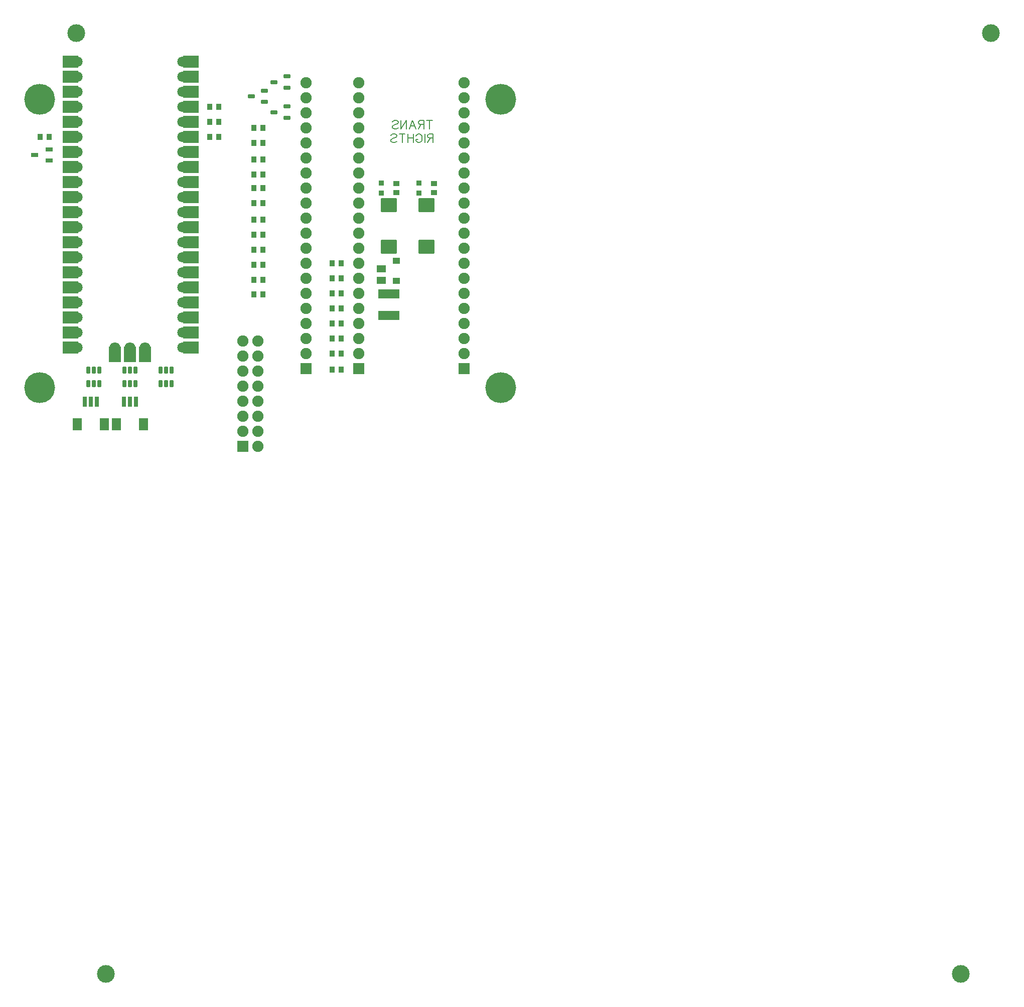
<source format=gbs>
G04 Layer: BottomSolderMaskLayer*
G04 EasyEDA v6.5.29, 2023-07-18 10:02:35*
G04 8a87558a6270435d8ad66e31a1dfd8bf,5a6b42c53f6a479593ecc07194224c93,10*
G04 Gerber Generator version 0.2*
G04 Scale: 100 percent, Rotated: No, Reflected: No *
G04 Dimensions in millimeters *
G04 leading zeros omitted , absolute positions ,4 integer and 5 decimal *
%FSLAX45Y45*%
%MOMM*%

%AMMACRO1*1,1,$1,$2,$3*1,1,$1,$4,$5*1,1,$1,0-$2,0-$3*1,1,$1,0-$4,0-$5*20,1,$1,$2,$3,$4,$5,0*20,1,$1,$4,$5,0-$2,0-$3,0*20,1,$1,0-$2,0-$3,0-$4,0-$5,0*20,1,$1,0-$4,0-$5,$2,$3,0*4,1,4,$2,$3,$4,$5,0-$2,0-$3,0-$4,0-$5,$2,$3,0*%
%ADD10C,0.2032*%
%ADD11MACRO1,0.1016X0.432X0.4032X-0.432X0.4032*%
%ADD12MACRO1,0.1016X0.432X-0.4032X-0.432X-0.4032*%
%ADD13MACRO1,0.1016X0.3X0.775X-0.3X0.775*%
%ADD14MACRO1,0.1016X0.75X1X-0.75X1*%
%ADD15MACRO1,0.1016X-0.4X-0.4X0.4X-0.4*%
%ADD16MACRO1,0.1016X1.7496X0.7033X-1.7496X0.7033*%
%ADD17MACRO1,0.1016X1.7496X-0.7033X-1.7496X-0.7033*%
%ADD18MACRO1,0.1016X-0.266X-0.536X0.266X-0.536*%
%ADD19MACRO1,0.1016X0.4032X-0.432X0.4032X0.432*%
%ADD20MACRO1,0.1016X-0.4032X-0.432X-0.4032X0.432*%
%ADD21MACRO1,0.1016X0.5188X0.266X0.5188X-0.266*%
%ADD22MACRO1,0.1016X1.296X1.1038X-1.296X1.1038*%
%ADD23MACRO1,0.1016X1.296X-1.1038X-1.296X-1.1038*%
%ADD24MACRO1,0.1016X-0.535X-0.3X0.535X-0.3*%
%ADD25MACRO1,0.1016X-0.575X0.475X-0.575X-0.475*%
%ADD26MACRO1,0.1016X0.6885X-0.5663X-0.6885X-0.5663*%
%ADD27MACRO1,0.1016X0.6885X0.5663X-0.6885X0.5663*%
%ADD28MACRO1,0.1016X0.9X-0.9X0.9X0.9*%
%ADD29C,1.9016*%
%ADD30MACRO1,0.1016X-0.9X-0.9X-0.9X0.9*%
%ADD31C,5.2032*%
%ADD32C,1.8016*%
%ADD33C,3.0000*%
%ADD34C,0.0118*%

%LPD*%
D10*
X6962673Y9295363D02*
G01*
X6962673Y9152181D01*
X7010400Y9295363D02*
G01*
X6914944Y9295363D01*
X6869945Y9295363D02*
G01*
X6869945Y9152181D01*
X6869945Y9295363D02*
G01*
X6808581Y9295363D01*
X6788127Y9288546D01*
X6781309Y9281726D01*
X6774489Y9268091D01*
X6774489Y9254454D01*
X6781309Y9240817D01*
X6788127Y9233999D01*
X6808581Y9227182D01*
X6869945Y9227182D01*
X6822219Y9227182D02*
G01*
X6774489Y9152181D01*
X6674944Y9295363D02*
G01*
X6729491Y9152181D01*
X6674944Y9295363D02*
G01*
X6620400Y9152181D01*
X6709036Y9199907D02*
G01*
X6640855Y9199907D01*
X6575399Y9295363D02*
G01*
X6575399Y9152181D01*
X6575399Y9295363D02*
G01*
X6479946Y9152181D01*
X6479946Y9295363D02*
G01*
X6479946Y9152181D01*
X6339492Y9274909D02*
G01*
X6353126Y9288546D01*
X6373581Y9295363D01*
X6400853Y9295363D01*
X6421307Y9288546D01*
X6434945Y9274909D01*
X6434945Y9261271D01*
X6428127Y9247637D01*
X6421307Y9240817D01*
X6407673Y9233999D01*
X6366763Y9220362D01*
X6353126Y9213545D01*
X6346309Y9206727D01*
X6339492Y9193090D01*
X6339492Y9172635D01*
X6353126Y9159001D01*
X6373581Y9152181D01*
X6400853Y9152181D01*
X6421307Y9159001D01*
X6434945Y9172635D01*
X7023100Y9066763D02*
G01*
X7023100Y8923581D01*
X7023100Y9066763D02*
G01*
X6961736Y9066763D01*
X6941281Y9059946D01*
X6934464Y9053126D01*
X6927644Y9039491D01*
X6927644Y9025854D01*
X6934464Y9012217D01*
X6941281Y9005399D01*
X6961736Y8998582D01*
X7023100Y8998582D01*
X6975373Y8998582D02*
G01*
X6927644Y8923581D01*
X6882645Y9066763D02*
G01*
X6882645Y8923581D01*
X6735373Y9032671D02*
G01*
X6742191Y9046309D01*
X6755828Y9059946D01*
X6769463Y9066763D01*
X6796735Y9066763D01*
X6810372Y9059946D01*
X6824009Y9046309D01*
X6830827Y9032671D01*
X6837644Y9012217D01*
X6837644Y8978127D01*
X6830827Y8957673D01*
X6824009Y8944035D01*
X6810372Y8930401D01*
X6796735Y8923581D01*
X6769463Y8923581D01*
X6755828Y8930401D01*
X6742191Y8944035D01*
X6735373Y8957673D01*
X6735373Y8978127D01*
X6769463Y8978127D02*
G01*
X6735373Y8978127D01*
X6690372Y9066763D02*
G01*
X6690372Y8923581D01*
X6594916Y9066763D02*
G01*
X6594916Y8923581D01*
X6690372Y8998582D02*
G01*
X6594916Y8998582D01*
X6502191Y9066763D02*
G01*
X6502191Y8923581D01*
X6549918Y9066763D02*
G01*
X6454462Y9066763D01*
X6314008Y9046309D02*
G01*
X6327645Y9059946D01*
X6348100Y9066763D01*
X6375372Y9066763D01*
X6395826Y9059946D01*
X6409463Y9046309D01*
X6409463Y9032671D01*
X6402646Y9019037D01*
X6395826Y9012217D01*
X6382191Y9005399D01*
X6341282Y8991762D01*
X6327645Y8984945D01*
X6320828Y8978127D01*
X6314008Y8964490D01*
X6314008Y8944035D01*
X6327645Y8930401D01*
X6348100Y8923581D01*
X6375372Y8923581D01*
X6395826Y8930401D01*
X6409463Y8944035D01*
D11*
G01*
X6400800Y8078075D03*
D12*
G01*
X6400800Y8228724D03*
D11*
G01*
X7035800Y8078075D03*
D12*
G01*
X7035800Y8228724D03*
D13*
G01*
X2004999Y4549851D03*
G01*
X1905000Y4549851D03*
G01*
X1805000Y4549851D03*
D14*
G01*
X1674999Y4162351D03*
G01*
X2134998Y4162351D03*
D13*
G01*
X1344599Y4549851D03*
G01*
X1244600Y4549851D03*
G01*
X1144600Y4549851D03*
D14*
G01*
X1014599Y4162351D03*
G01*
X1474598Y4162351D03*
D15*
G01*
X6146800Y8238489D03*
G01*
X6146800Y8068310D03*
G01*
X6781800Y8238489D03*
G01*
X6781800Y8068310D03*
D16*
G01*
X6273800Y5999566D03*
D17*
G01*
X6273800Y6370233D03*
D18*
G01*
X1810003Y5080609D03*
G01*
X1905000Y5080609D03*
G01*
X1999995Y5080609D03*
G01*
X1999995Y4850790D03*
G01*
X1905000Y4850790D03*
G01*
X1810003Y4850790D03*
G01*
X2419604Y5080609D03*
G01*
X2514600Y5080609D03*
G01*
X2609595Y5080609D03*
G01*
X2609595Y4850790D03*
G01*
X2514600Y4850790D03*
G01*
X2419604Y4850790D03*
D19*
G01*
X4001375Y9169400D03*
D20*
G01*
X4152024Y9169400D03*
D19*
G01*
X4001375Y8915400D03*
D20*
G01*
X4152024Y8915400D03*
D19*
G01*
X4001375Y8636000D03*
D20*
G01*
X4152024Y8636000D03*
D19*
G01*
X4001375Y8382000D03*
D20*
G01*
X4152024Y8382000D03*
D19*
G01*
X4001375Y8153400D03*
D20*
G01*
X4152024Y8153400D03*
D19*
G01*
X4001375Y7899400D03*
D20*
G01*
X4152024Y7899400D03*
D19*
G01*
X4001375Y7620000D03*
D20*
G01*
X4152024Y7620000D03*
D19*
G01*
X4001375Y7366000D03*
D20*
G01*
X4152024Y7366000D03*
D19*
G01*
X4001375Y7112000D03*
D20*
G01*
X4152024Y7112000D03*
D19*
G01*
X4001375Y6858000D03*
D20*
G01*
X4152024Y6858000D03*
D19*
G01*
X4001375Y6604000D03*
D20*
G01*
X4152024Y6604000D03*
D19*
G01*
X4001375Y6362700D03*
D20*
G01*
X4152024Y6362700D03*
D21*
G01*
X4555125Y10039099D03*
G01*
X4555125Y9849100D03*
G01*
X4334874Y9944100D03*
G01*
X4174125Y9797799D03*
G01*
X4174125Y9607800D03*
G01*
X3953874Y9702800D03*
G01*
X4555125Y9531099D03*
G01*
X4555125Y9341100D03*
G01*
X4334874Y9436100D03*
D18*
G01*
X1200403Y5080609D03*
G01*
X1295400Y5080609D03*
G01*
X1390396Y5080609D03*
G01*
X1390396Y4850790D03*
G01*
X1295400Y4850790D03*
G01*
X1200403Y4850790D03*
D22*
G01*
X6273800Y7167275D03*
D23*
G01*
X6273800Y7869524D03*
D19*
G01*
X3252075Y9525000D03*
D20*
G01*
X3402724Y9525000D03*
D19*
G01*
X3252075Y9271000D03*
D20*
G01*
X3402724Y9271000D03*
D19*
G01*
X3252075Y9017000D03*
D20*
G01*
X3402724Y9017000D03*
D22*
G01*
X6908800Y7167275D03*
D23*
G01*
X6908800Y7869524D03*
D24*
G01*
X542599Y8807196D03*
G01*
X542599Y8617204D03*
G01*
X295600Y8712200D03*
D19*
G01*
X394575Y9017000D03*
D20*
G01*
X545224Y9017000D03*
D19*
G01*
X5322175Y6121400D03*
D20*
G01*
X5472824Y6121400D03*
D19*
G01*
X5322175Y6375400D03*
D20*
G01*
X5472824Y6375400D03*
D19*
G01*
X5322175Y6629400D03*
D20*
G01*
X5472824Y6629400D03*
D19*
G01*
X5322175Y6883400D03*
D20*
G01*
X5472824Y6883400D03*
D19*
G01*
X5322175Y5092700D03*
D20*
G01*
X5472824Y5092700D03*
D19*
G01*
X5322175Y5359400D03*
D20*
G01*
X5472824Y5359400D03*
D19*
G01*
X5322175Y5613400D03*
D20*
G01*
X5472824Y5613400D03*
D19*
G01*
X5322175Y5867400D03*
D20*
G01*
X5472824Y5867400D03*
D25*
G01*
X6400800Y6925640D03*
G01*
X6400800Y6587159D03*
D26*
G01*
X6146803Y6789526D03*
D27*
G01*
X6146803Y6596273D03*
D28*
G01*
X3809992Y3797289D03*
D29*
G01*
X4064000Y3797300D03*
G01*
X3810000Y4051300D03*
G01*
X4064000Y4051300D03*
G01*
X3810000Y4305300D03*
G01*
X4064000Y4305300D03*
G01*
X3810000Y4559300D03*
G01*
X4064000Y4559300D03*
G01*
X3810000Y4813300D03*
G01*
X4064000Y4813300D03*
G01*
X3810000Y5067300D03*
G01*
X4064000Y5067300D03*
G01*
X3810000Y5321300D03*
G01*
X4064000Y5321300D03*
G01*
X3810000Y5575300D03*
G01*
X4064000Y5575300D03*
G01*
X4876800Y9931400D03*
D30*
G01*
X4876800Y5105400D03*
D29*
G01*
X4876800Y5359400D03*
G01*
X4876800Y5613400D03*
G01*
X4876800Y5867400D03*
G01*
X4876800Y6121400D03*
G01*
X4876800Y6375400D03*
G01*
X4876800Y6629400D03*
G01*
X4876800Y6883400D03*
G01*
X4876800Y7137400D03*
G01*
X4876800Y7391400D03*
G01*
X4876800Y7645400D03*
G01*
X4876800Y7899400D03*
G01*
X4876800Y8153400D03*
G01*
X4876800Y8407400D03*
G01*
X4876800Y8661400D03*
G01*
X4876800Y8915400D03*
G01*
X4876800Y9169400D03*
G01*
X4876800Y9423400D03*
G01*
X4876800Y9677400D03*
G01*
X7543800Y9931400D03*
D30*
G01*
X7543800Y5105400D03*
D29*
G01*
X7543800Y5359400D03*
G01*
X7543800Y5613400D03*
G01*
X7543800Y5867400D03*
G01*
X7543800Y6121400D03*
G01*
X7543800Y6375400D03*
G01*
X7543800Y6629400D03*
G01*
X7543800Y6883400D03*
G01*
X7543800Y7137400D03*
G01*
X7543800Y7391400D03*
G01*
X7543800Y7645400D03*
G01*
X7543800Y7899400D03*
G01*
X7543800Y8153400D03*
G01*
X7543800Y8407400D03*
G01*
X7543800Y8661400D03*
G01*
X7543800Y8915400D03*
G01*
X7543800Y9169400D03*
G01*
X7543800Y9423400D03*
G01*
X7543800Y9677400D03*
G01*
X5765800Y9931400D03*
D30*
G01*
X5765800Y5105400D03*
D29*
G01*
X5765800Y5359400D03*
G01*
X5765800Y5613400D03*
G01*
X5765800Y5867400D03*
G01*
X5765800Y6121400D03*
G01*
X5765800Y6375400D03*
G01*
X5765800Y6629400D03*
G01*
X5765800Y6883400D03*
G01*
X5765800Y7137400D03*
G01*
X5765800Y7391400D03*
G01*
X5765800Y7645400D03*
G01*
X5765800Y7899400D03*
G01*
X5765800Y8153400D03*
G01*
X5765800Y8407400D03*
G01*
X5765800Y8661400D03*
G01*
X5765800Y8915400D03*
G01*
X5765800Y9169400D03*
G01*
X5765800Y9423400D03*
G01*
X5765800Y9677400D03*
D31*
G01*
X386105Y4782007D03*
G01*
X8166100Y4782007D03*
G01*
X386105Y9652000D03*
G01*
X8166100Y9652000D03*
D32*
G01*
X1016000Y10287000D03*
G01*
X2794000Y10287000D03*
G01*
X1016000Y10033000D03*
G01*
X1016000Y9779000D03*
G01*
X1016000Y9525000D03*
G01*
X1016000Y9271000D03*
G01*
X1016000Y9017000D03*
G01*
X1016000Y8763000D03*
G01*
X1016000Y8509000D03*
G01*
X1016000Y8255000D03*
G01*
X1016000Y8001000D03*
G01*
X1016000Y7747000D03*
G01*
X1016000Y7493000D03*
G01*
X1016000Y7239000D03*
G01*
X1016000Y6985000D03*
G01*
X1016000Y6731000D03*
G01*
X1016000Y6477000D03*
G01*
X1016000Y6223000D03*
G01*
X1016000Y5969000D03*
G01*
X1016000Y5715000D03*
G01*
X1016000Y5461000D03*
G01*
X2794000Y10033000D03*
G01*
X2794000Y9779000D03*
G01*
X2794000Y9525000D03*
G01*
X2794000Y9271000D03*
G01*
X2794000Y9017000D03*
G01*
X2794000Y8763000D03*
G01*
X2794000Y8509000D03*
G01*
X2794000Y8255000D03*
G01*
X2794000Y8001000D03*
G01*
X2794000Y7747000D03*
G01*
X2794000Y7493000D03*
G01*
X2794000Y7239000D03*
G01*
X2794000Y6985000D03*
G01*
X2794000Y6731000D03*
G01*
X2794000Y6477000D03*
G01*
X2794000Y6223000D03*
G01*
X2794000Y5969000D03*
G01*
X2794000Y5715000D03*
G01*
X2794000Y5461000D03*
G01*
X1905000Y5461000D03*
G01*
X1651000Y5461000D03*
G01*
X2159000Y5461000D03*
D33*
G01*
X999997Y10773999D03*
G01*
X16432001Y10773999D03*
G01*
X1499996Y-5117398D03*
G01*
X15932002Y-5117398D03*
G36*
X2801620Y10387329D02*
G01*
X3065779Y10387329D01*
X3065779Y10186669D01*
X2801620Y10186669D01*
G37*
G36*
X2801620Y10133329D02*
G01*
X3065779Y10133329D01*
X3065779Y9932669D01*
X2801620Y9932669D01*
G37*
G36*
X2801620Y9879329D02*
G01*
X3065779Y9879329D01*
X3065779Y9678669D01*
X2801620Y9678669D01*
G37*
G36*
X2801620Y9625329D02*
G01*
X3065779Y9625329D01*
X3065779Y9424669D01*
X2801620Y9424669D01*
G37*
G36*
X2801620Y9371329D02*
G01*
X3065779Y9371329D01*
X3065779Y9170669D01*
X2801620Y9170669D01*
G37*
G36*
X2801620Y9117329D02*
G01*
X3065779Y9117329D01*
X3065779Y8916669D01*
X2801620Y8916669D01*
G37*
G36*
X2801620Y8863329D02*
G01*
X3065779Y8863329D01*
X3065779Y8662669D01*
X2801620Y8662669D01*
G37*
G36*
X2801620Y8609329D02*
G01*
X3065779Y8609329D01*
X3065779Y8408669D01*
X2801620Y8408669D01*
G37*
G36*
X2801620Y8355329D02*
G01*
X3065779Y8355329D01*
X3065779Y8154669D01*
X2801620Y8154669D01*
G37*
G36*
X2801620Y8101329D02*
G01*
X3065779Y8101329D01*
X3065779Y7900669D01*
X2801620Y7900669D01*
G37*
G36*
X2801620Y7847329D02*
G01*
X3065779Y7847329D01*
X3065779Y7646669D01*
X2801620Y7646669D01*
G37*
G36*
X2801620Y7593329D02*
G01*
X3065779Y7593329D01*
X3065779Y7392669D01*
X2801620Y7392669D01*
G37*
G36*
X2801620Y7339329D02*
G01*
X3065779Y7339329D01*
X3065779Y7138669D01*
X2801620Y7138669D01*
G37*
G36*
X2801620Y7085329D02*
G01*
X3065779Y7085329D01*
X3065779Y6884669D01*
X2801620Y6884669D01*
G37*
G36*
X2801620Y6831329D02*
G01*
X3065779Y6831329D01*
X3065779Y6630669D01*
X2801620Y6630669D01*
G37*
G36*
X2801620Y6577329D02*
G01*
X3065779Y6577329D01*
X3065779Y6376669D01*
X2801620Y6376669D01*
G37*
G36*
X2801620Y6323329D02*
G01*
X3065779Y6323329D01*
X3065779Y6122669D01*
X2801620Y6122669D01*
G37*
G36*
X2801620Y6069329D02*
G01*
X3065779Y6069329D01*
X3065779Y5868669D01*
X2801620Y5868669D01*
G37*
G36*
X2801620Y5815329D02*
G01*
X3065779Y5815329D01*
X3065779Y5614669D01*
X2801620Y5614669D01*
G37*
G36*
X2801620Y5561329D02*
G01*
X3065779Y5561329D01*
X3065779Y5360669D01*
X2801620Y5360669D01*
G37*
G36*
X769620Y5561329D02*
G01*
X1033780Y5561329D01*
X1033780Y5360669D01*
X769620Y5360669D01*
G37*
G36*
X769620Y5815329D02*
G01*
X1033780Y5815329D01*
X1033780Y5614669D01*
X769620Y5614669D01*
G37*
G36*
X769620Y6069329D02*
G01*
X1033780Y6069329D01*
X1033780Y5868669D01*
X769620Y5868669D01*
G37*
G36*
X769620Y6323329D02*
G01*
X1033780Y6323329D01*
X1033780Y6122669D01*
X769620Y6122669D01*
G37*
G36*
X769620Y6577329D02*
G01*
X1033780Y6577329D01*
X1033780Y6376669D01*
X769620Y6376669D01*
G37*
G36*
X769620Y6831329D02*
G01*
X1033780Y6831329D01*
X1033780Y6630669D01*
X769620Y6630669D01*
G37*
G36*
X769620Y7085329D02*
G01*
X1033780Y7085329D01*
X1033780Y6884669D01*
X769620Y6884669D01*
G37*
G36*
X769620Y7339329D02*
G01*
X1033780Y7339329D01*
X1033780Y7138669D01*
X769620Y7138669D01*
G37*
G36*
X769620Y7593329D02*
G01*
X1033780Y7593329D01*
X1033780Y7392669D01*
X769620Y7392669D01*
G37*
G36*
X769620Y7847329D02*
G01*
X1033780Y7847329D01*
X1033780Y7646669D01*
X769620Y7646669D01*
G37*
G36*
X769620Y8101329D02*
G01*
X1033780Y8101329D01*
X1033780Y7900669D01*
X769620Y7900669D01*
G37*
G36*
X769620Y8355329D02*
G01*
X1033780Y8355329D01*
X1033780Y8154669D01*
X769620Y8154669D01*
G37*
G36*
X769620Y8609329D02*
G01*
X1033780Y8609329D01*
X1033780Y8408669D01*
X769620Y8408669D01*
G37*
G36*
X769620Y8863329D02*
G01*
X1033780Y8863329D01*
X1033780Y8662669D01*
X769620Y8662669D01*
G37*
G36*
X769620Y9117329D02*
G01*
X1033780Y9117329D01*
X1033780Y8916669D01*
X769620Y8916669D01*
G37*
G36*
X769620Y9371329D02*
G01*
X1033780Y9371329D01*
X1033780Y9170669D01*
X769620Y9170669D01*
G37*
G36*
X769620Y9625329D02*
G01*
X1033780Y9625329D01*
X1033780Y9424669D01*
X769620Y9424669D01*
G37*
G36*
X769620Y9879329D02*
G01*
X1033780Y9879329D01*
X1033780Y9678669D01*
X769620Y9678669D01*
G37*
G36*
X769620Y10133329D02*
G01*
X1033780Y10133329D01*
X1033780Y9932669D01*
X769620Y9932669D01*
G37*
G36*
X769620Y10387329D02*
G01*
X1033780Y10387329D01*
X1033780Y10186669D01*
X769620Y10186669D01*
G37*
G36*
X2059406Y5478779D02*
G01*
X2260066Y5478779D01*
X2260066Y5214619D01*
X2059406Y5214619D01*
G37*
G36*
X1805406Y5478779D02*
G01*
X2006066Y5478779D01*
X2006066Y5214619D01*
X1805406Y5214619D01*
G37*
G36*
X1551406Y5478779D02*
G01*
X1752066Y5478779D01*
X1752066Y5214619D01*
X1551406Y5214619D01*
G37*
M02*

</source>
